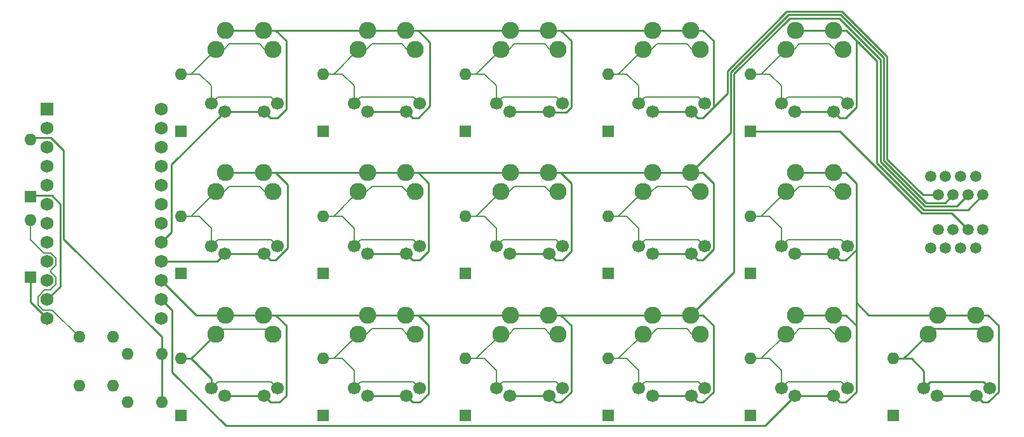
<source format=gtl>
G04 #@! TF.GenerationSoftware,KiCad,Pcbnew,7.0.7*
G04 #@! TF.CreationDate,2023-09-30T21:04:22+10:00*
G04 #@! TF.ProjectId,skink,736b696e-6b2e-46b6-9963-61645f706362,rev?*
G04 #@! TF.SameCoordinates,Original*
G04 #@! TF.FileFunction,Copper,L1,Top*
G04 #@! TF.FilePolarity,Positive*
%FSLAX46Y46*%
G04 Gerber Fmt 4.6, Leading zero omitted, Abs format (unit mm)*
G04 Created by KiCad (PCBNEW 7.0.7) date 2023-09-30 21:04:22*
%MOMM*%
%LPD*%
G01*
G04 APERTURE LIST*
G04 #@! TA.AperFunction,ComponentPad*
%ADD10R,1.600000X1.600000*%
G04 #@! TD*
G04 #@! TA.AperFunction,ComponentPad*
%ADD11O,1.600000X1.600000*%
G04 #@! TD*
G04 #@! TA.AperFunction,ComponentPad*
%ADD12C,1.700000*%
G04 #@! TD*
G04 #@! TA.AperFunction,ComponentPad*
%ADD13C,2.286000*%
G04 #@! TD*
G04 #@! TA.AperFunction,ComponentPad*
%ADD14C,1.500000*%
G04 #@! TD*
G04 #@! TA.AperFunction,ComponentPad*
%ADD15R,1.752600X1.752600*%
G04 #@! TD*
G04 #@! TA.AperFunction,ComponentPad*
%ADD16C,1.752600*%
G04 #@! TD*
G04 #@! TA.AperFunction,Conductor*
%ADD17C,0.250000*%
G04 #@! TD*
G04 #@! TA.AperFunction,Conductor*
%ADD18C,0.200000*%
G04 #@! TD*
G04 APERTURE END LIST*
D10*
X21250000Y-59250000D03*
D11*
X21250000Y-51630000D03*
D10*
X21250000Y-48500000D03*
D11*
X21250000Y-40880000D03*
X32250000Y-67250000D03*
X32250000Y-73750000D03*
X27750000Y-67250000D03*
X27750000Y-73750000D03*
X34250000Y-69500000D03*
X34250000Y-76000000D03*
X38750000Y-76000000D03*
X38750000Y-69500000D03*
D10*
X117300000Y-39770000D03*
D11*
X117300000Y-32150000D03*
D10*
X79300000Y-39770000D03*
D11*
X79300000Y-32150000D03*
D10*
X60300000Y-58770000D03*
D11*
X60300000Y-51150000D03*
D10*
X98300000Y-77770000D03*
D11*
X98300000Y-70150000D03*
D10*
X41300000Y-58770000D03*
D11*
X41300000Y-51150000D03*
D10*
X117300000Y-58770000D03*
D11*
X117300000Y-51150000D03*
D10*
X60300000Y-77770000D03*
D11*
X60300000Y-70150000D03*
D10*
X60300000Y-39770000D03*
D11*
X60300000Y-32150000D03*
D10*
X117300000Y-77770000D03*
D11*
X117300000Y-70150000D03*
D10*
X79300000Y-77770000D03*
D11*
X79300000Y-70150000D03*
D10*
X136300000Y-77770000D03*
D11*
X136300000Y-70150000D03*
D10*
X79300000Y-58770000D03*
D11*
X79300000Y-51150000D03*
D10*
X41300000Y-77770000D03*
D11*
X41300000Y-70150000D03*
D10*
X98300000Y-58770000D03*
D11*
X98300000Y-51150000D03*
D10*
X41300000Y-39770000D03*
D11*
X41300000Y-32150000D03*
D10*
X98300000Y-39770000D03*
D11*
X98300000Y-32150000D03*
D12*
X47200000Y-56150000D03*
D13*
X47260000Y-45320000D03*
X52340000Y-45320000D03*
D12*
X52400000Y-56150000D03*
X45400000Y-55100000D03*
D13*
X45990000Y-47860000D03*
X53610000Y-47860000D03*
D12*
X54200000Y-55100000D03*
X92200000Y-55100000D03*
D13*
X91610000Y-47860000D03*
X83990000Y-47860000D03*
D12*
X83400000Y-55100000D03*
X90400000Y-56150000D03*
D13*
X90340000Y-45320000D03*
X85260000Y-45320000D03*
D12*
X85200000Y-56150000D03*
X123200000Y-75150000D03*
D13*
X123260000Y-64320000D03*
X128340000Y-64320000D03*
D12*
X128400000Y-75150000D03*
X121400000Y-74100000D03*
D13*
X121990000Y-66860000D03*
X129610000Y-66860000D03*
D12*
X130200000Y-74100000D03*
X66200000Y-75150000D03*
D13*
X66260000Y-64320000D03*
X71340000Y-64320000D03*
D12*
X71400000Y-75150000D03*
X64400000Y-74100000D03*
D13*
X64990000Y-66860000D03*
X72610000Y-66860000D03*
D12*
X73200000Y-74100000D03*
X104200000Y-37150000D03*
D13*
X104260000Y-26320000D03*
X109340000Y-26320000D03*
D12*
X109400000Y-37150000D03*
X102400000Y-36100000D03*
D13*
X102990000Y-28860000D03*
X110610000Y-28860000D03*
D12*
X111200000Y-36100000D03*
X104200000Y-75150000D03*
D13*
X104260000Y-64320000D03*
X109340000Y-64320000D03*
D12*
X109400000Y-75150000D03*
X102400000Y-74100000D03*
D13*
X102990000Y-66860000D03*
X110610000Y-66860000D03*
D12*
X111200000Y-74100000D03*
X142200000Y-75150000D03*
D13*
X142260000Y-64320000D03*
X147340000Y-64320000D03*
D12*
X147400000Y-75150000D03*
X140400000Y-74100000D03*
D13*
X140990000Y-66860000D03*
X148610000Y-66860000D03*
D12*
X149200000Y-74100000D03*
X85200000Y-37150000D03*
D13*
X85260000Y-26320000D03*
X90340000Y-26320000D03*
D12*
X90400000Y-37150000D03*
X83400000Y-36100000D03*
D13*
X83990000Y-28860000D03*
X91610000Y-28860000D03*
D12*
X92200000Y-36100000D03*
X123200000Y-37150000D03*
D13*
X123260000Y-26320000D03*
X128340000Y-26320000D03*
D12*
X128400000Y-37150000D03*
X121400000Y-36100000D03*
D13*
X121990000Y-28860000D03*
X129610000Y-28860000D03*
D12*
X130200000Y-36100000D03*
X104200000Y-56150000D03*
D13*
X104260000Y-45320000D03*
X109340000Y-45320000D03*
D12*
X109400000Y-56150000D03*
X102400000Y-55100000D03*
D13*
X102990000Y-47860000D03*
X110610000Y-47860000D03*
D12*
X111200000Y-55100000D03*
X66200000Y-56150000D03*
D13*
X66260000Y-45320000D03*
X71340000Y-45320000D03*
D12*
X71400000Y-56150000D03*
X64400000Y-55100000D03*
D13*
X64990000Y-47860000D03*
X72610000Y-47860000D03*
D12*
X73200000Y-55100000D03*
D14*
X148300000Y-48300000D03*
X147300000Y-45800000D03*
X146300000Y-48300000D03*
X145300000Y-45800000D03*
X144300000Y-48300000D03*
X143300000Y-45800000D03*
X142300000Y-48300000D03*
X141300000Y-45800000D03*
D12*
X123200000Y-56150000D03*
D13*
X123260000Y-45320000D03*
X128340000Y-45320000D03*
D12*
X128400000Y-56150000D03*
X121400000Y-55100000D03*
D13*
X121990000Y-47860000D03*
X129610000Y-47860000D03*
D12*
X130200000Y-55100000D03*
X47200000Y-37150000D03*
D13*
X47260000Y-26320000D03*
X52340000Y-26320000D03*
D12*
X52400000Y-37150000D03*
X45400000Y-36100000D03*
D13*
X45990000Y-28860000D03*
X53610000Y-28860000D03*
D12*
X54200000Y-36100000D03*
X66200000Y-37150000D03*
D13*
X66260000Y-26320000D03*
X71340000Y-26320000D03*
D12*
X71400000Y-37150000D03*
X64400000Y-36100000D03*
D13*
X64990000Y-28860000D03*
X72610000Y-28860000D03*
D12*
X73200000Y-36100000D03*
D15*
X23500000Y-36880000D03*
D16*
X23500000Y-39420000D03*
X23500000Y-41960000D03*
X23500000Y-44500000D03*
X23500000Y-47040000D03*
X23500000Y-49580000D03*
X23500000Y-52120000D03*
X23500000Y-54660000D03*
X23500000Y-57200000D03*
X23500000Y-59740000D03*
X23500000Y-62280000D03*
X23500000Y-64820000D03*
X38740000Y-36880000D03*
X38740000Y-39420000D03*
X38740000Y-41960000D03*
X38740000Y-44500000D03*
X38740000Y-47040000D03*
X38740000Y-49580000D03*
X38740000Y-52120000D03*
X38740000Y-54660000D03*
X38740000Y-57200000D03*
X38740000Y-59740000D03*
X38740000Y-62280000D03*
X38740000Y-64820000D03*
D12*
X47200000Y-75150000D03*
D13*
X47260000Y-64320000D03*
X52340000Y-64320000D03*
D12*
X52400000Y-75150000D03*
X45400000Y-74100000D03*
D13*
X45990000Y-66860000D03*
X53610000Y-66860000D03*
D12*
X54200000Y-74100000D03*
X85200000Y-75150000D03*
D13*
X85260000Y-64320000D03*
X90340000Y-64320000D03*
D12*
X90400000Y-75150000D03*
X83400000Y-74100000D03*
D13*
X83990000Y-66860000D03*
X91610000Y-66860000D03*
D12*
X92200000Y-74100000D03*
D14*
X141300000Y-55400000D03*
X142300000Y-52900000D03*
X143300000Y-55400000D03*
X144300000Y-52900000D03*
X145300000Y-55400000D03*
X146300000Y-52900000D03*
X147300000Y-55400000D03*
X148300000Y-52900000D03*
D17*
X38750000Y-76000000D02*
X38750000Y-69500000D01*
X25700000Y-54200000D02*
X38750000Y-67250000D01*
X38750000Y-67250000D02*
X38750000Y-69500000D01*
X42700000Y-70150000D02*
X45400000Y-72850000D01*
X45400000Y-72850000D02*
X45400000Y-74100000D01*
X42700000Y-70150000D02*
X45990000Y-66860000D01*
X41300000Y-70150000D02*
X42700000Y-70150000D01*
D18*
X46250000Y-73250000D02*
X45400000Y-74100000D01*
X53350000Y-73250000D02*
X46250000Y-73250000D01*
X54200000Y-74100000D02*
X53350000Y-73250000D01*
X46600000Y-66250000D02*
X45990000Y-66860000D01*
X53000000Y-66250000D02*
X46600000Y-66250000D01*
X53610000Y-66860000D02*
X53000000Y-66250000D01*
X24143700Y-63643700D02*
X27750000Y-67250000D01*
X22924740Y-63643700D02*
X24143700Y-63643700D01*
X22250000Y-62968960D02*
X22924740Y-63643700D01*
X22250000Y-61866460D02*
X22250000Y-62968960D01*
X23116460Y-61000000D02*
X22250000Y-61866460D01*
X23903540Y-61000000D02*
X23116460Y-61000000D01*
X24676300Y-59252760D02*
X24676300Y-60227240D01*
X23987240Y-58376300D02*
X23987240Y-58563700D01*
X24676300Y-57687240D02*
X23987240Y-58376300D01*
X23023700Y-56023700D02*
X23987240Y-56023700D01*
X23987240Y-56023700D02*
X24676300Y-56712760D01*
X21250000Y-54250000D02*
X23023700Y-56023700D01*
X21250000Y-51630000D02*
X21250000Y-54250000D01*
X24676300Y-56712760D02*
X24676300Y-57687240D01*
X23987240Y-58563700D02*
X24676300Y-59252760D01*
X24676300Y-60227240D02*
X23903540Y-61000000D01*
D17*
X21508700Y-40621300D02*
X21250000Y-40880000D01*
X23997595Y-40621300D02*
X21508700Y-40621300D01*
X25700000Y-42323705D02*
X23997595Y-40621300D01*
X25700000Y-54200000D02*
X25700000Y-42323705D01*
X25250000Y-49500000D02*
X25250000Y-60530000D01*
X24128700Y-48378700D02*
X25250000Y-49500000D01*
X21371300Y-48378700D02*
X24128700Y-48378700D01*
X21250000Y-48500000D02*
X21371300Y-48378700D01*
X25250000Y-60530000D02*
X23500000Y-62280000D01*
X21250000Y-62570000D02*
X23500000Y-64820000D01*
X21250000Y-59250000D02*
X21250000Y-62570000D01*
D18*
X92200000Y-55100000D02*
X91350000Y-54250000D01*
X123090000Y-66860000D02*
X123800000Y-66150000D01*
X62800000Y-70150000D02*
X60300000Y-70150000D01*
X123800000Y-28150000D02*
X127800000Y-28150000D01*
X108800000Y-47150000D02*
X109510000Y-47860000D01*
X84250000Y-35250000D02*
X83400000Y-36100000D01*
X123090000Y-28860000D02*
X123800000Y-28150000D01*
X103250000Y-35250000D02*
X102400000Y-36100000D01*
X85800000Y-66150000D02*
X89800000Y-66150000D01*
X104800000Y-66150000D02*
X108800000Y-66150000D01*
X130200000Y-74100000D02*
X129350000Y-73250000D01*
X99700000Y-51150000D02*
X102990000Y-47860000D01*
D17*
X141750000Y-66100000D02*
X140990000Y-66860000D01*
D18*
X54200000Y-55100000D02*
X53350000Y-54250000D01*
X45400000Y-52750000D02*
X43800000Y-51150000D01*
X121400000Y-36100000D02*
X121400000Y-33750000D01*
X83400000Y-74100000D02*
X83400000Y-71750000D01*
X45400000Y-36100000D02*
X45400000Y-33750000D01*
X61700000Y-32150000D02*
X64990000Y-28860000D01*
X92200000Y-36100000D02*
X91350000Y-35250000D01*
X52510000Y-28860000D02*
X53610000Y-28860000D01*
X122250000Y-35250000D02*
X121400000Y-36100000D01*
X43800000Y-32150000D02*
X41300000Y-32150000D01*
X129350000Y-54250000D02*
X122250000Y-54250000D01*
X61700000Y-51150000D02*
X64990000Y-47860000D01*
X89800000Y-47150000D02*
X90510000Y-47860000D01*
X91350000Y-73250000D02*
X84250000Y-73250000D01*
X64400000Y-74100000D02*
X64400000Y-71750000D01*
X84250000Y-54250000D02*
X83400000Y-55100000D01*
X70800000Y-28150000D02*
X71510000Y-28860000D01*
X70800000Y-66150000D02*
X71510000Y-66860000D01*
X66090000Y-28860000D02*
X66800000Y-28150000D01*
X65250000Y-35250000D02*
X64400000Y-36100000D01*
X62800000Y-51150000D02*
X60300000Y-51150000D01*
X66800000Y-47150000D02*
X70800000Y-47150000D01*
X47090000Y-47860000D02*
X47800000Y-47150000D01*
D17*
X148610000Y-66860000D02*
X147850000Y-66100000D01*
D18*
X85090000Y-28860000D02*
X85800000Y-28150000D01*
X51800000Y-47150000D02*
X52510000Y-47860000D01*
X104800000Y-47150000D02*
X108800000Y-47150000D01*
X110350000Y-35250000D02*
X103250000Y-35250000D01*
X110350000Y-73250000D02*
X103250000Y-73250000D01*
X91350000Y-54250000D02*
X84250000Y-54250000D01*
X100800000Y-32150000D02*
X98300000Y-32150000D01*
X130200000Y-36100000D02*
X129350000Y-35250000D01*
X118700000Y-32150000D02*
X121990000Y-28860000D01*
X108800000Y-66150000D02*
X109510000Y-66860000D01*
X46250000Y-35250000D02*
X45400000Y-36100000D01*
X130200000Y-55100000D02*
X129350000Y-54250000D01*
X123800000Y-47150000D02*
X127800000Y-47150000D01*
X64400000Y-71750000D02*
X62800000Y-70150000D01*
D17*
X147850000Y-66100000D02*
X141750000Y-66100000D01*
X140990000Y-66860000D02*
X137700000Y-70150000D01*
D18*
X83400000Y-36100000D02*
X83400000Y-33750000D01*
X121400000Y-55100000D02*
X121400000Y-52750000D01*
X127800000Y-28150000D02*
X128510000Y-28860000D01*
X85090000Y-66860000D02*
X85800000Y-66150000D01*
X73200000Y-74100000D02*
X72350000Y-73250000D01*
X72350000Y-54250000D02*
X65250000Y-54250000D01*
X104090000Y-66860000D02*
X104800000Y-66150000D01*
X123090000Y-47860000D02*
X123800000Y-47150000D01*
X83400000Y-71750000D02*
X81800000Y-70150000D01*
X121400000Y-52750000D02*
X119800000Y-51150000D01*
X111200000Y-55100000D02*
X110350000Y-54250000D01*
X121400000Y-71750000D02*
X119800000Y-70150000D01*
X99700000Y-70150000D02*
X102990000Y-66860000D01*
X119800000Y-32150000D02*
X117300000Y-32150000D01*
X61700000Y-70150000D02*
X64990000Y-66860000D01*
X45400000Y-33750000D02*
X43800000Y-32150000D01*
X89800000Y-28150000D02*
X90510000Y-28860000D01*
X65250000Y-73250000D02*
X64400000Y-74100000D01*
X42700000Y-51150000D02*
X45990000Y-47860000D01*
X104090000Y-47860000D02*
X104800000Y-47150000D01*
X51800000Y-28150000D02*
X52510000Y-28860000D01*
X47800000Y-28150000D02*
X51800000Y-28150000D01*
X85800000Y-28150000D02*
X89800000Y-28150000D01*
X47090000Y-28860000D02*
X47800000Y-28150000D01*
X119800000Y-51150000D02*
X117300000Y-51150000D01*
X84250000Y-73250000D02*
X83400000Y-74100000D01*
X85800000Y-47150000D02*
X89800000Y-47150000D01*
X91350000Y-35250000D02*
X84250000Y-35250000D01*
X72350000Y-35250000D02*
X65250000Y-35250000D01*
D17*
X137700000Y-70150000D02*
X136300000Y-70150000D01*
D18*
X81800000Y-51150000D02*
X79300000Y-51150000D01*
X80700000Y-70150000D02*
X83990000Y-66860000D01*
X83400000Y-55100000D02*
X83400000Y-52750000D01*
X47800000Y-47150000D02*
X51800000Y-47150000D01*
X127800000Y-66150000D02*
X128510000Y-66860000D01*
X46250000Y-54250000D02*
X45400000Y-55100000D01*
X73200000Y-36100000D02*
X72350000Y-35250000D01*
X89800000Y-66150000D02*
X90510000Y-66860000D01*
X127800000Y-47150000D02*
X128510000Y-47860000D01*
X83400000Y-33750000D02*
X81800000Y-32150000D01*
X121400000Y-33750000D02*
X119800000Y-32150000D01*
X103250000Y-54250000D02*
X102400000Y-55100000D01*
X45400000Y-55100000D02*
X45400000Y-52750000D01*
X62800000Y-32150000D02*
X60300000Y-32150000D01*
D17*
X138750000Y-70150000D02*
X140400000Y-71800000D01*
D18*
X73200000Y-55100000D02*
X72350000Y-54250000D01*
X102400000Y-74100000D02*
X102400000Y-71750000D01*
X64400000Y-36100000D02*
X64400000Y-33750000D01*
X92200000Y-74100000D02*
X91350000Y-73250000D01*
X80700000Y-51150000D02*
X83990000Y-47860000D01*
X66090000Y-66860000D02*
X66800000Y-66150000D01*
X64400000Y-33750000D02*
X62800000Y-32150000D01*
X100800000Y-51150000D02*
X98300000Y-51150000D01*
X129350000Y-35250000D02*
X122250000Y-35250000D01*
X110350000Y-54250000D02*
X103250000Y-54250000D01*
D17*
X148350000Y-73250000D02*
X149200000Y-74100000D01*
D18*
X43800000Y-51150000D02*
X41300000Y-51150000D01*
X45990000Y-28860000D02*
X47090000Y-28860000D01*
X66090000Y-47860000D02*
X66800000Y-47150000D01*
X129350000Y-73250000D02*
X122250000Y-73250000D01*
D17*
X136300000Y-70150000D02*
X138750000Y-70150000D01*
D18*
X104090000Y-28860000D02*
X104800000Y-28150000D01*
X102400000Y-52750000D02*
X100800000Y-51150000D01*
X111200000Y-36100000D02*
X110350000Y-35250000D01*
X70800000Y-47150000D02*
X71510000Y-47860000D01*
X121400000Y-74100000D02*
X121400000Y-71750000D01*
X118700000Y-51150000D02*
X121990000Y-47860000D01*
X81800000Y-70150000D02*
X79300000Y-70150000D01*
X102400000Y-55100000D02*
X102400000Y-52750000D01*
D17*
X140400000Y-74100000D02*
X141250000Y-73250000D01*
D18*
X80700000Y-32150000D02*
X83990000Y-28860000D01*
X108800000Y-28150000D02*
X109510000Y-28860000D01*
X111200000Y-74100000D02*
X110350000Y-73250000D01*
X123800000Y-66150000D02*
X127800000Y-66150000D01*
X66800000Y-28150000D02*
X70800000Y-28150000D01*
X118700000Y-70150000D02*
X121990000Y-66860000D01*
X102400000Y-36100000D02*
X102400000Y-33750000D01*
X65250000Y-54250000D02*
X64400000Y-55100000D01*
D17*
X140400000Y-71800000D02*
X140400000Y-74100000D01*
D18*
X54200000Y-36100000D02*
X53350000Y-35250000D01*
X102400000Y-71750000D02*
X100800000Y-70150000D01*
X53350000Y-54250000D02*
X46250000Y-54250000D01*
X53350000Y-35250000D02*
X46250000Y-35250000D01*
X64400000Y-55100000D02*
X64400000Y-52750000D01*
X99700000Y-32150000D02*
X102990000Y-28860000D01*
X100800000Y-70150000D02*
X98300000Y-70150000D01*
D17*
X141250000Y-73250000D02*
X148350000Y-73250000D01*
D18*
X122250000Y-54250000D02*
X121400000Y-55100000D01*
X122250000Y-73250000D02*
X121400000Y-74100000D01*
X72350000Y-73250000D02*
X65250000Y-73250000D01*
X66800000Y-66150000D02*
X70800000Y-66150000D01*
X119800000Y-70150000D02*
X117300000Y-70150000D01*
X81800000Y-32150000D02*
X79300000Y-32150000D01*
X64400000Y-52750000D02*
X62800000Y-51150000D01*
X83400000Y-52750000D02*
X81800000Y-51150000D01*
X102400000Y-33750000D02*
X100800000Y-32150000D01*
X103250000Y-73250000D02*
X102400000Y-74100000D01*
X85090000Y-47860000D02*
X85800000Y-47150000D01*
X104800000Y-28150000D02*
X108800000Y-28150000D01*
X42700000Y-32150000D02*
X45990000Y-28860000D01*
D17*
X144125000Y-50725000D02*
X146300000Y-52900000D01*
X117300000Y-39770000D02*
X129209162Y-39770000D01*
X140164162Y-50725000D02*
X144125000Y-50725000D01*
X129209162Y-39770000D02*
X140164162Y-50725000D01*
X55375000Y-36825000D02*
X54200000Y-38000000D01*
X47200000Y-37150000D02*
X52400000Y-37150000D01*
X92686701Y-37275000D02*
X90525000Y-37275000D01*
X47200000Y-37150000D02*
X40100000Y-44250000D01*
X90340000Y-26320000D02*
X91956446Y-26320000D01*
X54200000Y-38000000D02*
X53250000Y-38000000D01*
X109340000Y-26320000D02*
X110956446Y-26320000D01*
X52340000Y-26320000D02*
X53956446Y-26320000D01*
X72961701Y-38000000D02*
X72250000Y-38000000D01*
X104200000Y-37150000D02*
X109400000Y-37150000D01*
X53956446Y-26320000D02*
X55375000Y-27738554D01*
X74550000Y-27913554D02*
X74550000Y-36411701D01*
X66200000Y-37150000D02*
X71400000Y-37150000D01*
X129472792Y-23800000D02*
X135500000Y-29827208D01*
X55375000Y-27738554D02*
X55375000Y-36825000D01*
X122127208Y-23800000D02*
X129472792Y-23800000D01*
X112375000Y-36586701D02*
X110961701Y-38000000D01*
X93375000Y-27738554D02*
X93375000Y-36586701D01*
X74550000Y-36411701D02*
X72961701Y-38000000D01*
X140284746Y-48300000D02*
X142300000Y-48300000D01*
X72956446Y-26320000D02*
X74550000Y-27913554D01*
X135500000Y-29827208D02*
X135500000Y-43515254D01*
X114198198Y-34763503D02*
X114198198Y-31729010D01*
X93375000Y-36586701D02*
X92686701Y-37275000D01*
X53250000Y-38000000D02*
X52400000Y-37150000D01*
X71340000Y-26320000D02*
X72956446Y-26320000D01*
X114198198Y-31729010D02*
X122127208Y-23800000D01*
X110250000Y-38000000D02*
X109400000Y-37150000D01*
X112375000Y-36586701D02*
X114198198Y-34763503D01*
X40100000Y-44250000D02*
X40100000Y-53300000D01*
X110961701Y-38000000D02*
X110250000Y-38000000D01*
X91956446Y-26320000D02*
X93375000Y-27738554D01*
X135500000Y-43515254D02*
X140284746Y-48300000D01*
X112375000Y-27738554D02*
X112375000Y-36586701D01*
X109340000Y-26320000D02*
X47260000Y-26320000D01*
X90400000Y-37150000D02*
X85200000Y-37150000D01*
X40100000Y-53300000D02*
X38740000Y-54660000D01*
X72250000Y-38000000D02*
X71400000Y-37150000D01*
X110956446Y-26320000D02*
X112375000Y-27738554D01*
X129286396Y-24250000D02*
X135050000Y-30013604D01*
X55550000Y-46913554D02*
X55550000Y-55411701D01*
X73200000Y-57000000D02*
X72250000Y-57000000D01*
X90340000Y-45320000D02*
X91956446Y-45320000D01*
X71400000Y-56150000D02*
X66200000Y-56150000D01*
X109340000Y-45320000D02*
X110956446Y-45320000D01*
X52340000Y-45320000D02*
X53956446Y-45320000D01*
X72956446Y-45320000D02*
X74375000Y-46738554D01*
X112375000Y-46738554D02*
X112375000Y-55586701D01*
X46150000Y-57200000D02*
X38740000Y-57200000D01*
X74375000Y-55825000D02*
X73200000Y-57000000D01*
X112375000Y-55586701D02*
X110961701Y-57000000D01*
X135050000Y-30013604D02*
X135050000Y-43701650D01*
X47200000Y-56150000D02*
X46150000Y-57200000D01*
X135050000Y-43701650D02*
X140723350Y-49375000D01*
X55550000Y-55411701D02*
X53961701Y-57000000D01*
X53956446Y-45320000D02*
X55550000Y-46913554D01*
X93375000Y-55825000D02*
X92200000Y-57000000D01*
X109400000Y-56150000D02*
X104200000Y-56150000D01*
X143225000Y-49375000D02*
X144300000Y-48300000D01*
X71340000Y-45320000D02*
X72956446Y-45320000D01*
X91250000Y-57000000D02*
X90400000Y-56150000D01*
X122313604Y-24250000D02*
X129286396Y-24250000D01*
X110956446Y-45320000D02*
X112375000Y-46738554D01*
X52400000Y-56150000D02*
X47200000Y-56150000D01*
X92200000Y-57000000D02*
X91250000Y-57000000D01*
X109340000Y-45320000D02*
X114648198Y-40011802D01*
X53961701Y-57000000D02*
X53250000Y-57000000D01*
X93375000Y-46738554D02*
X93375000Y-55825000D01*
X72250000Y-57000000D02*
X71400000Y-56150000D01*
X140723350Y-49375000D02*
X143225000Y-49375000D01*
X53250000Y-57000000D02*
X52400000Y-56150000D01*
X110250000Y-57000000D02*
X109400000Y-56150000D01*
X109340000Y-45320000D02*
X47260000Y-45320000D01*
X114648198Y-31915406D02*
X122313604Y-24250000D01*
X114648198Y-40011802D02*
X114648198Y-31915406D01*
X74375000Y-46738554D02*
X74375000Y-55825000D01*
X110961701Y-57000000D02*
X110250000Y-57000000D01*
X91956446Y-45320000D02*
X93375000Y-46738554D01*
X90400000Y-56150000D02*
X85200000Y-56150000D01*
X71340000Y-64320000D02*
X72956446Y-64320000D01*
X55375000Y-75075000D02*
X54450000Y-76000000D01*
X55375000Y-65738554D02*
X55375000Y-75075000D01*
X144775000Y-49825000D02*
X146300000Y-48300000D01*
X91961701Y-76000000D02*
X91250000Y-76000000D01*
X93375000Y-74586701D02*
X91961701Y-76000000D01*
X134600000Y-30200000D02*
X134600000Y-43888046D01*
X71400000Y-75150000D02*
X66200000Y-75150000D01*
X112375000Y-65738554D02*
X112375000Y-74586701D01*
X72250000Y-76000000D02*
X71400000Y-75150000D01*
X52400000Y-75150000D02*
X47200000Y-75150000D01*
X109340000Y-64320000D02*
X47260000Y-64320000D01*
X93375000Y-65738554D02*
X93375000Y-74586701D01*
X72956446Y-64320000D02*
X74375000Y-65738554D01*
X91956446Y-64320000D02*
X93375000Y-65738554D01*
X134600000Y-43888046D02*
X140536954Y-49825000D01*
X110956446Y-64320000D02*
X112375000Y-65738554D01*
X110961701Y-76000000D02*
X110250000Y-76000000D01*
X74375000Y-65738554D02*
X74375000Y-74825000D01*
X112375000Y-74586701D02*
X110961701Y-76000000D01*
X52340000Y-64320000D02*
X53956446Y-64320000D01*
X43320000Y-64320000D02*
X38740000Y-59740000D01*
X109400000Y-75150000D02*
X104200000Y-75150000D01*
X109340000Y-64320000D02*
X110956446Y-64320000D01*
X53250000Y-76000000D02*
X52400000Y-75150000D01*
X110250000Y-76000000D02*
X109400000Y-75150000D01*
X74375000Y-74825000D02*
X73200000Y-76000000D01*
X115098198Y-58561802D02*
X115098198Y-32101802D01*
X90400000Y-75150000D02*
X85200000Y-75150000D01*
X47260000Y-64320000D02*
X43320000Y-64320000D01*
X140536954Y-49825000D02*
X144775000Y-49825000D01*
X109340000Y-64320000D02*
X115098198Y-58561802D01*
X129100000Y-24700000D02*
X134600000Y-30200000D01*
X53956446Y-64320000D02*
X55375000Y-65738554D01*
X73200000Y-76000000D02*
X72250000Y-76000000D01*
X91250000Y-76000000D02*
X90400000Y-75150000D01*
X122500000Y-24700000D02*
X129100000Y-24700000D01*
X90340000Y-64320000D02*
X91956446Y-64320000D01*
X115098198Y-32101802D02*
X122500000Y-24700000D01*
X54450000Y-76000000D02*
X53250000Y-76000000D01*
X130000000Y-76000000D02*
X129250000Y-76000000D01*
X131375000Y-62700000D02*
X131375000Y-65738554D01*
X131375000Y-27611396D02*
X131375000Y-27738554D01*
X142200000Y-75150000D02*
X147400000Y-75150000D01*
X148250000Y-76000000D02*
X147400000Y-75150000D01*
X146325000Y-50275000D02*
X148300000Y-48300000D01*
X129250000Y-57000000D02*
X128400000Y-56150000D01*
X131375000Y-55625000D02*
X130000000Y-57000000D01*
X131375000Y-27738554D02*
X131375000Y-36625000D01*
X140350558Y-50275000D02*
X146325000Y-50275000D01*
X128340000Y-64320000D02*
X129956446Y-64320000D01*
X131375000Y-55625000D02*
X131375000Y-62700000D01*
X142260000Y-64320000D02*
X147340000Y-64320000D01*
X40175000Y-63715000D02*
X38740000Y-62280000D01*
X134150000Y-30386396D02*
X134150000Y-44074442D01*
X129956446Y-45320000D02*
X131375000Y-46738554D01*
X129250000Y-76000000D02*
X128400000Y-75150000D01*
X119250000Y-79100000D02*
X47300000Y-79100000D01*
X150375000Y-74586701D02*
X148961701Y-76000000D01*
X123260000Y-64320000D02*
X128340000Y-64320000D01*
X40175000Y-71975000D02*
X40175000Y-63715000D01*
X131375000Y-65738554D02*
X131375000Y-74625000D01*
X123200000Y-75150000D02*
X128400000Y-75150000D01*
X131375000Y-46738554D02*
X131375000Y-55625000D01*
X142260000Y-64320000D02*
X132995000Y-64320000D01*
X123200000Y-75150000D02*
X119250000Y-79100000D01*
X47300000Y-79100000D02*
X40175000Y-71975000D01*
X130083604Y-26320000D02*
X134150000Y-30386396D01*
X129250000Y-38000000D02*
X128400000Y-37150000D01*
X128340000Y-45320000D02*
X129956446Y-45320000D01*
X131375000Y-36625000D02*
X130000000Y-38000000D01*
X128340000Y-26320000D02*
X130083604Y-26320000D01*
X134150000Y-44074442D02*
X140350558Y-50275000D01*
X130000000Y-38000000D02*
X129250000Y-38000000D01*
X148956446Y-64320000D02*
X150375000Y-65738554D01*
X123200000Y-37150000D02*
X128400000Y-37150000D01*
X150375000Y-65738554D02*
X150375000Y-74586701D01*
X129956446Y-64320000D02*
X131375000Y-65738554D01*
X130000000Y-57000000D02*
X129250000Y-57000000D01*
X123200000Y-56150000D02*
X128400000Y-56150000D01*
X148961701Y-76000000D02*
X148250000Y-76000000D01*
X131375000Y-74625000D02*
X130000000Y-76000000D01*
X132995000Y-64320000D02*
X131375000Y-62700000D01*
X147340000Y-64320000D02*
X148956446Y-64320000D01*
X123260000Y-45320000D02*
X128340000Y-45320000D01*
X123260000Y-26320000D02*
X128340000Y-26320000D01*
M02*

</source>
